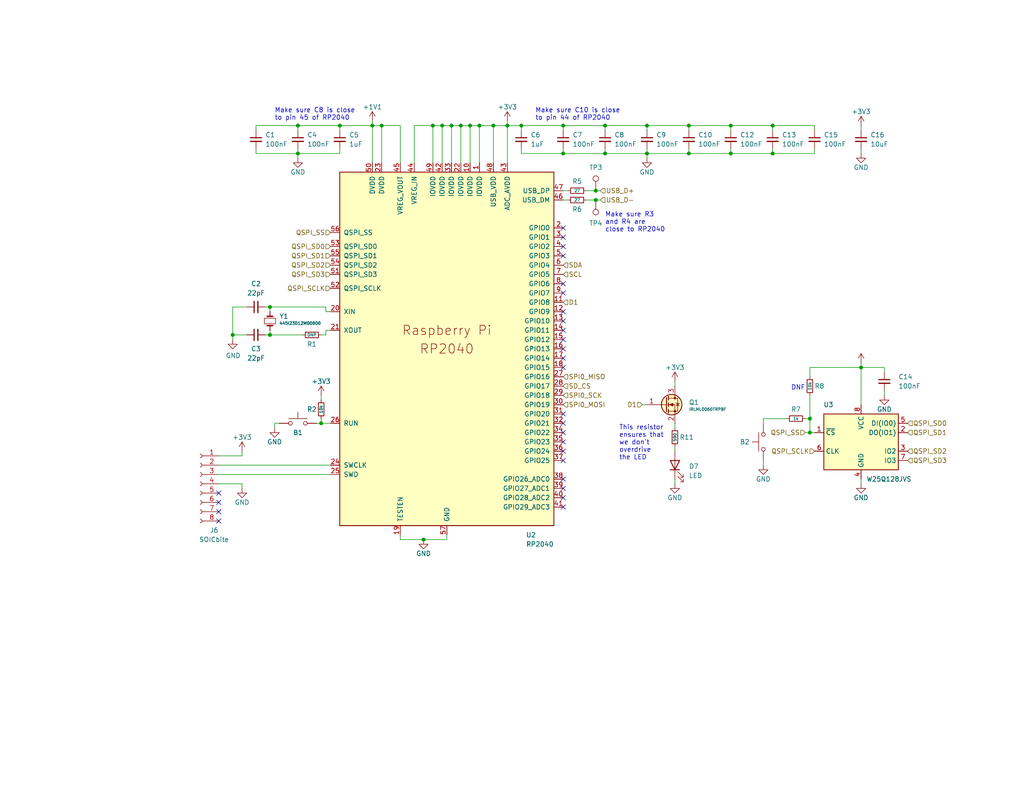
<source format=kicad_sch>
(kicad_sch (version 20230121) (generator eeschema)
  (paper "USLetter")
  (title_block (title "Terminator: Processor") (date "2023-07-28") (rev "T1000") (company "BPP"))
  (lib_symbols
    (symbol "Connector:Conn_01x08_Female" (pin_names (offset 1.016) hide)
      (property "Reference" "J" (at 0 10.16 0))
      (property "Value" "Conn_01x08_Female" (at 0 -12.7 0))
      (symbol "Conn_01x08_Female_1_1"
        (arc (start 0 -9.652) (mid -0.5058 -10.16) (end 0 -10.668) (stroke (width 0.1524)))
        (arc (start 0 -7.112) (mid -0.5058 -7.62) (end 0 -8.128) (stroke (width 0.1524)))
        (arc (start 0 -4.572) (mid -0.5058 -5.08) (end 0 -5.588) (stroke (width 0.1524)))
        (arc (start 0 -2.032) (mid -0.5058 -2.54) (end 0 -3.048) (stroke (width 0.1524)))
        (polyline (pts (xy -1.27 -10.16) (xy -0.508 -10.16)) (stroke (width 0.1524)))
        (polyline (pts (xy -1.27 -7.62) (xy -0.508 -7.62)) (stroke (width 0.1524)))
        (polyline (pts (xy -1.27 -5.08) (xy -0.508 -5.08)) (stroke (width 0.1524)))
        (polyline (pts (xy -1.27 -2.54) (xy -0.508 -2.54)) (stroke (width 0.1524)))
        (polyline (pts (xy -1.27 0) (xy -0.508 0)) (stroke (width 0.1524)))
        (polyline (pts (xy -1.27 2.54) (xy -0.508 2.54)) (stroke (width 0.1524)))
        (polyline (pts (xy -1.27 5.08) (xy -0.508 5.08)) (stroke (width 0.1524)))
        (polyline (pts (xy -1.27 7.62) (xy -0.508 7.62)) (stroke (width 0.1524)))
        (arc (start 0 0.508) (mid -0.5058 0) (end 0 -0.508) (stroke (width 0.1524)))
        (arc (start 0 3.048) (mid -0.5058 2.54) (end 0 2.032) (stroke (width 0.1524)))
        (arc (start 0 5.588) (mid -0.5058 5.08) (end 0 4.572) (stroke (width 0.1524)))
        (arc (start 0 8.128) (mid -0.5058 7.62) (end 0 7.112) (stroke (width 0.1524)))
        (pin passive line (at -5.08 7.62 0) (length 3.81) (name "Pin_1") (number "1"))
        (pin passive line (at -5.08 5.08 0) (length 3.81) (name "Pin_2") (number "2"))
        (pin passive line (at -5.08 2.54 0) (length 3.81) (name "Pin_3") (number "3"))
        (pin passive line (at -5.08 0 0) (length 3.81) (name "Pin_4") (number "4"))
        (pin passive line (at -5.08 -2.54 0) (length 3.81) (name "Pin_5") (number "5"))
        (pin passive line (at -5.08 -5.08 0) (length 3.81) (name "Pin_6") (number "6"))
        (pin passive line (at -5.08 -7.62 0) (length 3.81) (name "Pin_7") (number "7"))
        (pin passive line (at -5.08 -10.16 0) (length 3.81) (name "Pin_8") (number "8"))
      )
    )
    (symbol "Connector:TestPoint" (pin_numbers hide) (pin_names (offset 0.762) hide)
      (property "Reference" "TP" (at 0 6.858 0))
      (property "Value" "TestPoint" (at 0 5.08 0))
      (symbol "TestPoint_0_1"
        (circle (center 0 3.302) (radius 0.762))
      )
      (symbol "TestPoint_1_1"
        (pin passive line (at 0 0 90) (length 2.54) (name "1") (number "1"))
      )
    )
    (symbol "Device:C_Small" (pin_numbers hide) (pin_names (offset 0.254) hide)
      (property "Reference" "C" (at 0.254 1.778 0))
      (property "Value" "C_Small" (at 0.254 -2.032 0))
      (symbol "C_Small_0_1"
        (polyline (pts (xy -1.524 -0.508) (xy 1.524 -0.508)) (stroke (width 0.3302)))
        (polyline (pts (xy -1.524 0.508) (xy 1.524 0.508)) (stroke (width 0.3048)))
      )
      (symbol "C_Small_1_1"
        (pin passive line (at 0 2.54 270) (length 2.032) (name "~") (number "1"))
        (pin passive line (at 0 -2.54 90) (length 2.032) (name "~") (number "2"))
      )
    )
    (symbol "Device:Crystal_Small" (pin_numbers hide) (pin_names (offset 1.016) hide)
      (property "Reference" "Y" (at 0 2.54 0))
      (property "Value" "Crystal_Small" (at 0 -2.54 0))
      (symbol "Crystal_Small_0_1"
        (rectangle (start -0.762 -1.524) (end 0.762 1.524))
        (polyline (pts (xy -1.27 -0.762) (xy -1.27 0.762)) (stroke (width 0.381)))
        (polyline (pts (xy 1.27 -0.762) (xy 1.27 0.762)) (stroke (width 0.381)))
      )
      (symbol "Crystal_Small_1_1"
        (pin passive line (at -2.54 0 0) (length 1.27) (name "1") (number "1"))
        (pin passive line (at 2.54 0 180) (length 1.27) (name "2") (number "2"))
      )
    )
    (symbol "Device:LED" (pin_numbers hide) (pin_names (offset 1.016) hide)
      (property "Reference" "D" (at 0 2.54 0))
      (property "Value" "LED" (at 0 -2.54 0))
      (symbol "LED_0_1"
        (polyline (pts (xy -1.27 -1.27) (xy -1.27 1.27)) (stroke (width 0.254)))
        (polyline (pts (xy -1.27 0) (xy 1.27 0)))
        (polyline (pts (xy 1.27 -1.27) (xy 1.27 1.27) (xy -1.27 0) (xy 1.27 -1.27)) (stroke (width 0.254)))
        (polyline (pts (xy -3.048 -0.762) (xy -4.572 -2.286) (xy -3.81 -2.286) (xy -4.572 -2.286) (xy -4.572 -1.524)))
        (polyline (pts (xy -1.778 -0.762) (xy -3.302 -2.286) (xy -2.54 -2.286) (xy -3.302 -2.286) (xy -3.302 -1.524)))
      )
      (symbol "LED_1_1"
        (pin passive line (at -3.81 0 0) (length 2.54) (name "K") (number "1"))
        (pin passive line (at 3.81 0 180) (length 2.54) (name "A") (number "2"))
      )
    )
    (symbol "Device:Q_NMOS_GSD" (pin_names (offset 0) hide)
      (property "Reference" "Q?" (at 6.35 1.2701 0))
      (property "Value" "Q_NMOS_GSD" (at 6.35 -1.2699 0))
      (symbol "Q_NMOS_GSD_0_1"
        (polyline (pts (xy 0.254 0) (xy -2.54 0)))
        (polyline (pts (xy 0.254 1.905) (xy 0.254 -1.905)) (stroke (width 0.254)))
        (polyline (pts (xy 0.762 -1.27) (xy 0.762 -2.286)) (stroke (width 0.254)))
        (polyline (pts (xy 0.762 0.508) (xy 0.762 -0.508)) (stroke (width 0.254)))
        (polyline (pts (xy 0.762 2.286) (xy 0.762 1.27)) (stroke (width 0.254)))
        (polyline (pts (xy 2.54 2.54) (xy 2.54 1.778)))
        (polyline (pts (xy 2.54 -2.54) (xy 2.54 0) (xy 0.762 0)))
        (polyline (pts (xy 0.762 -1.778) (xy 3.302 -1.778) (xy 3.302 1.778) (xy 0.762 1.778)))
        (polyline (pts (xy 1.016 0) (xy 2.032 0.381) (xy 2.032 -0.381) (xy 1.016 0)) (fill (type outline)))
        (polyline (pts (xy 2.794 0.508) (xy 2.921 0.381) (xy 3.683 0.381) (xy 3.81 0.254)))
        (polyline (pts (xy 3.302 0.381) (xy 2.921 -0.254) (xy 3.683 -0.254) (xy 3.302 0.381)))
        (circle (center 1.651 0) (radius 2.794) (stroke (width 0.254)) (fill (type background)))
        (circle (center 2.54 -1.778) (radius 0.254) (fill (type outline)))
        (circle (center 2.54 1.778) (radius 0.254) (fill (type outline)))
      )
      (symbol "Q_NMOS_GSD_1_1"
        (pin input line (at -5.08 0 0) (length 2.54) (name "G") (number "1"))
        (pin passive line (at 2.54 -5.08 90) (length 2.54) (name "S") (number "2"))
        (pin passive line (at 2.54 5.08 270) (length 2.54) (name "D") (number "3"))
      )
    )
    (symbol "Device:R_Small" (pin_numbers hide) (pin_names (offset 0.254) hide)
      (property "Reference" "R" (at 0.762 0.508 0))
      (property "Value" "R_Small" (at 0.762 -1.016 0))
      (symbol "R_Small_0_1"
        (rectangle (start -0.762 1.778) (end 0.762 -1.778) (stroke (width 0.2032)))
      )
      (symbol "R_Small_1_1"
        (pin passive line (at 0 2.54 270) (length 0.762) (name "~") (number "1"))
        (pin passive line (at 0 -2.54 90) (length 0.762) (name "~") (number "2"))
      )
    )
    (symbol "MCU_RaspberryPi:RP2040" (pin_names (offset 1.016))
      (property "Reference" "U1" (at 21.59 -50.8 0))
      (property "Value" "RP2040" (at 21.59 -53.34 0))
      (symbol "RP2040_0_0"
        (text "Raspberry Pi" (at 0 5.08 0) (effects (font (size 2.54 2.54))))
        (text "RP2040" (at 0 0 0) (effects (font (size 2.54 2.54))))
      )
      (symbol "RP2040_0_1"
        (rectangle (start 29.21 48.26) (end -29.21 -48.26) (stroke (width 0.254)) (fill (type background)))
      )
      (symbol "RP2040_1_1"
        (pin power_in line (at 8.89 50.8 270) (length 2.54) (name "IOVDD") (number "1"))
        (pin power_in line (at 6.35 50.8 270) (length 2.54) (name "IOVDD") (number "10"))
        (pin bidirectional line (at 31.75 12.7 180) (length 2.54) (name "GPIO8") (number "11"))
        (pin bidirectional line (at 31.75 10.16 180) (length 2.54) (name "GPIO9") (number "12"))
        (pin bidirectional line (at 31.75 7.62 180) (length 2.54) (name "GPIO10") (number "13"))
        (pin bidirectional line (at 31.75 5.08 180) (length 2.54) (name "GPIO11") (number "14"))
        (pin bidirectional line (at 31.75 2.54 180) (length 2.54) (name "GPIO12") (number "15"))
        (pin bidirectional line (at 31.75 0 180) (length 2.54) (name "GPIO13") (number "16"))
        (pin bidirectional line (at 31.75 -2.54 180) (length 2.54) (name "GPIO14") (number "17"))
        (pin bidirectional line (at 31.75 -5.08 180) (length 2.54) (name "GPIO15") (number "18"))
        (pin passive line (at -12.7 -50.8 90) (length 2.54) (name "TESTEN") (number "19"))
        (pin bidirectional line (at 31.75 33.02 180) (length 2.54) (name "GPIO0") (number "2"))
        (pin input line (at -31.75 10.16 0) (length 2.54) (name "XIN") (number "20"))
        (pin passive line (at -31.75 5.08 0) (length 2.54) (name "XOUT") (number "21"))
        (pin power_in line (at 3.81 50.8 270) (length 2.54) (name "IOVDD") (number "22"))
        (pin power_in line (at -17.78 50.8 270) (length 2.54) (name "DVDD") (number "23"))
        (pin output line (at -31.75 -31.75 0) (length 2.54) (name "SWCLK") (number "24"))
        (pin bidirectional line (at -31.75 -34.29 0) (length 2.54) (name "SWD") (number "25"))
        (pin input line (at -31.75 -20.32 0) (length 2.54) (name "RUN") (number "26"))
        (pin bidirectional line (at 31.75 -7.62 180) (length 2.54) (name "GPIO16") (number "27"))
        (pin bidirectional line (at 31.75 -10.16 180) (length 2.54) (name "GPIO17") (number "28"))
        (pin bidirectional line (at 31.75 -12.7 180) (length 2.54) (name "GPIO18") (number "29"))
        (pin bidirectional line (at 31.75 30.48 180) (length 2.54) (name "GPIO1") (number "3"))
        (pin bidirectional line (at 31.75 -15.24 180) (length 2.54) (name "GPIO19") (number "30"))
        (pin bidirectional line (at 31.75 -17.78 180) (length 2.54) (name "GPIO20") (number "31"))
        (pin bidirectional line (at 31.75 -20.32 180) (length 2.54) (name "GPIO21") (number "32"))
        (pin power_in line (at 1.27 50.8 270) (length 2.54) (name "IOVDD") (number "33"))
        (pin bidirectional line (at 31.75 -22.86 180) (length 2.54) (name "GPIO22") (number "34"))
        (pin bidirectional line (at 31.75 -25.4 180) (length 2.54) (name "GPIO23") (number "35"))
        (pin bidirectional line (at 31.75 -27.94 180) (length 2.54) (name "GPIO24") (number "36"))
        (pin bidirectional line (at 31.75 -30.48 180) (length 2.54) (name "GPIO25") (number "37"))
        (pin bidirectional line (at 31.75 -35.56 180) (length 2.54) (name "GPIO26_ADC0") (number "38"))
        (pin bidirectional line (at 31.75 -38.1 180) (length 2.54) (name "GPIO27_ADC1") (number "39"))
        (pin bidirectional line (at 31.75 27.94 180) (length 2.54) (name "GPIO2") (number "4"))
        (pin bidirectional line (at 31.75 -40.64 180) (length 2.54) (name "GPIO28_ADC2") (number "40"))
        (pin bidirectional line (at 31.75 -43.18 180) (length 2.54) (name "GPIO29_ADC3") (number "41"))
        (pin power_in line (at -1.27 50.8 270) (length 2.54) (name "IOVDD") (number "42"))
        (pin power_in line (at 16.51 50.8 270) (length 2.54) (name "ADC_AVDD") (number "43"))
        (pin power_in line (at -8.89 50.8 270) (length 2.54) (name "VREG_IN") (number "44"))
        (pin power_out line (at -12.7 50.8 270) (length 2.54) (name "VREG_VOUT") (number "45"))
        (pin bidirectional line (at 31.75 40.64 180) (length 2.54) (name "USB_DM") (number "46"))
        (pin bidirectional line (at 31.75 43.18 180) (length 2.54) (name "USB_DP") (number "47"))
        (pin power_in line (at 12.7 50.8 270) (length 2.54) (name "USB_VDD") (number "48"))
        (pin power_in line (at -3.81 50.8 270) (length 2.54) (name "IOVDD") (number "49"))
        (pin bidirectional line (at 31.75 25.4 180) (length 2.54) (name "GPIO3") (number "5"))
        (pin power_in line (at -20.32 50.8 270) (length 2.54) (name "DVDD") (number "50"))
        (pin bidirectional line (at -31.75 20.32 0) (length 2.54) (name "QSPI_SD3") (number "51"))
        (pin output line (at -31.75 16.51 0) (length 2.54) (name "QSPI_SCLK") (number "52"))
        (pin bidirectional line (at -31.75 27.94 0) (length 2.54) (name "QSPI_SD0") (number "53"))
        (pin bidirectional line (at -31.75 22.86 0) (length 2.54) (name "QSPI_SD2") (number "54"))
        (pin bidirectional line (at -31.75 25.4 0) (length 2.54) (name "QSPI_SD1") (number "55"))
        (pin bidirectional line (at -31.75 31.75 0) (length 2.54) (name "QSPI_SS") (number "56"))
        (pin passive line (at 0 -50.8 90) (length 2.54) (name "GND") (number "57"))
        (pin bidirectional line (at 31.75 22.86 180) (length 2.54) (name "GPIO4") (number "6"))
        (pin bidirectional line (at 31.75 20.32 180) (length 2.54) (name "GPIO5") (number "7"))
        (pin bidirectional line (at 31.75 17.78 180) (length 2.54) (name "GPIO6") (number "8"))
        (pin bidirectional line (at 31.75 15.24 180) (length 2.54) (name "GPIO7") (number "9"))
      )
    )
    (symbol "Memory_Flash:W25Q128JVS"
      (property "Reference" "U2" (at -8.89 10.16 0))
      (property "Value" "W25Q128JVS" (at 7.62 -10.16 0))
      (symbol "W25Q128JVS_0_1"
        (rectangle (start -10.16 7.62) (end 10.16 -7.62) (stroke (width 0.254)) (fill (type background)))
      )
      (symbol "W25Q128JVS_1_1"
        (pin input line (at -12.7 2.54 0) (length 2.54) (name "~{CS}") (number "1"))
        (pin bidirectional line (at 12.7 2.54 180) (length 2.54) (name "DO(IO1)") (number "2"))
        (pin bidirectional line (at 12.7 -2.54 180) (length 2.54) (name "IO2") (number "3"))
        (pin unspecified line (at 0 -10.16 90) (length 2.54) (name "GND") (number "4"))
        (pin bidirectional line (at 12.7 5.08 180) (length 2.54) (name "DI(IO0)") (number "5"))
        (pin input line (at -12.7 -2.54 0) (length 2.54) (name "CLK") (number "6"))
        (pin bidirectional line (at 12.7 -5.08 180) (length 2.54) (name "IO3") (number "7"))
        (pin power_in line (at 0 10.16 270) (length 2.54) (name "VCC") (number "8"))
      )
    )
    (symbol "Switch:SW_Push" (pin_numbers hide) (pin_names (offset 1.016) hide)
      (property "Reference" "SW" (at 1.27 2.54 0))
      (property "Value" "SW_Push" (at 0 -1.524 0))
      (symbol "SW_Push_0_1"
        (circle (center -2.032 0) (radius 0.508))
        (polyline (pts (xy 0 1.27) (xy 0 3.048)))
        (polyline (pts (xy 2.54 1.27) (xy -2.54 1.27)))
        (circle (center 2.032 0) (radius 0.508))
        (pin passive line (at -5.08 0 0) (length 2.54) (name "1") (number "1"))
        (pin passive line (at 5.08 0 180) (length 2.54) (name "2") (number "2"))
      )
    )
    (symbol "power:+1V1" (power) (pin_names (offset 0))
      (property "Value" "+1V1" (at 0 3.556 0))
      (symbol "+1V1_0_1"
        (polyline (pts (xy -0.762 1.27) (xy 0 2.54)))
        (polyline (pts (xy 0 0) (xy 0 2.54)))
        (polyline (pts (xy 0 2.54) (xy 0.762 1.27)))
      )
      (symbol "+1V1_1_1"
        (pin power_in line (at 0 0 90) (length 0) hide (name "+1V1") (number "1"))
      )
    )
    (symbol "power:+3V3" (power) (pin_names (offset 0))
      (property "Value" "+3V3" (at 0 3.556 0))
      (symbol "+3V3_0_1"
        (polyline (pts (xy -0.762 1.27) (xy 0 2.54)))
        (polyline (pts (xy 0 0) (xy 0 2.54)))
        (polyline (pts (xy 0 2.54) (xy 0.762 1.27)))
      )
      (symbol "+3V3_1_1"
        (pin power_in line (at 0 0 90) (length 0) hide (name "+3V3") (number "1"))
      )
    )
    (symbol "power:GND" (power) (pin_names (offset 0))
      (property "Value" "GND" (at 0 -3.81 0))
      (symbol "GND_0_1"
        (polyline (pts (xy 0 0) (xy 0 -1.27) (xy 1.27 -1.27) (xy 0 -2.54) (xy -1.27 -1.27) (xy 0 -1.27)))
      )
      (symbol "GND_1_1"
        (pin power_in line (at 0 0 270) (length 0) hide (name "GND") (number "1"))
      )
    )
  )
  (junction (at 128.27 34.29))
  (junction (at 176.53 41.91))
  (junction (at 73.66 91.44))
  (junction (at 134.62 34.29))
  (junction (at 210.82 34.29))
  (junction (at 104.14 34.29))
  (junction (at 125.73 34.29))
  (junction (at 165.1 34.29))
  (junction (at 87.63 115.57))
  (junction (at 81.28 34.29))
  (junction (at 165.1 41.91))
  (junction (at 199.39 34.29))
  (junction (at 92.71 34.29))
  (junction (at 210.82 41.91))
  (junction (at 162.56 54.61))
  (junction (at 142.24 34.29))
  (junction (at 176.53 34.29))
  (junction (at 130.81 34.29))
  (junction (at 101.6 34.29))
  (junction (at 234.95 100.33))
  (junction (at 63.5 91.44))
  (junction (at 187.96 41.91))
  (junction (at 120.65 34.29))
  (junction (at 162.56 52.07))
  (junction (at 138.43 34.29))
  (junction (at 81.28 41.91))
  (junction (at 73.66 83.82))
  (junction (at 187.96 34.29))
  (junction (at 153.67 34.29))
  (junction (at 220.98 118.11))
  (junction (at 123.19 34.29))
  (junction (at 118.11 34.29))
  (junction (at 199.39 41.91))
  (junction (at 153.67 41.91))
  (junction (at 115.57 147.32))
  (junction (at 220.98 114.3))
  (no_connect (at 153.67 92.71))
  (no_connect (at 153.67 118.11))
  (no_connect (at 153.67 62.23))
  (no_connect (at 153.67 130.81))
  (no_connect (at 153.67 67.31))
  (no_connect (at 153.67 97.79))
  (no_connect (at 59.69 142.24))
  (no_connect (at 59.69 139.7))
  (no_connect (at 153.67 100.33))
  (no_connect (at 59.69 137.16))
  (no_connect (at 153.67 125.73))
  (no_connect (at 153.67 80.01))
  (no_connect (at 153.67 123.19))
  (no_connect (at 153.67 90.17))
  (no_connect (at 153.67 85.09))
  (no_connect (at 153.67 69.85))
  (no_connect (at 153.67 87.63))
  (no_connect (at 153.67 77.47))
  (no_connect (at 59.69 134.62))
  (no_connect (at 153.67 135.89))
  (no_connect (at 153.67 95.25))
  (no_connect (at 153.67 113.03))
  (no_connect (at 153.67 120.65))
  (no_connect (at 153.67 133.35))
  (no_connect (at 153.67 64.77))
  (no_connect (at 153.67 138.43))
  (no_connect (at 153.67 115.57))
  (wire (pts (xy 153.67 52.07) (xy 154.94 52.07)))
  (wire (pts (xy 176.53 41.91) (xy 187.96 41.91)))
  (wire (pts (xy 69.85 41.91) (xy 81.28 41.91)))
  (wire (pts (xy 115.57 147.32) (xy 109.22 147.32)))
  (wire (pts (xy 72.39 91.44) (xy 73.66 91.44)))
  (wire (pts (xy 59.69 127) (xy 90.17 127)))
  (wire (pts (xy 184.15 130.81) (xy 184.15 132.08)))
  (wire (pts (xy 130.81 34.29) (xy 130.81 44.45)))
  (wire (pts (xy 165.1 40.64) (xy 165.1 41.91)))
  (wire (pts (xy 219.71 114.3) (xy 220.98 114.3)))
  (wire (pts (xy 160.02 54.61) (xy 162.56 54.61)))
  (wire (pts (xy 138.43 33.02) (xy 138.43 34.29)))
  (wire (pts (xy 142.24 34.29) (xy 153.67 34.29)))
  (wire (pts (xy 123.19 44.45) (xy 123.19 34.29)))
  (wire (pts (xy 210.82 41.91) (xy 222.25 41.91)))
  (wire (pts (xy 118.11 44.45) (xy 118.11 34.29)))
  (wire (pts (xy 241.3 100.33) (xy 234.95 100.33)))
  (wire (pts (xy 208.28 114.3) (xy 208.28 115.57)))
  (wire (pts (xy 187.96 41.91) (xy 199.39 41.91)))
  (wire (pts (xy 234.95 99.06) (xy 234.95 100.33)))
  (wire (pts (xy 69.85 34.29) (xy 81.28 34.29)))
  (wire (pts (xy 153.67 41.91) (xy 153.67 40.64)))
  (wire (pts (xy 220.98 114.3) (xy 220.98 118.11)))
  (wire (pts (xy 101.6 33.02) (xy 101.6 34.29)))
  (wire (pts (xy 87.63 115.57) (xy 87.63 114.3)))
  (wire (pts (xy 73.66 91.44) (xy 82.55 91.44)))
  (wire (pts (xy 113.03 44.45) (xy 113.03 34.29)))
  (wire (pts (xy 210.82 34.29) (xy 199.39 34.29)))
  (wire (pts (xy 130.81 34.29) (xy 134.62 34.29)))
  (wire (pts (xy 142.24 41.91) (xy 153.67 41.91)))
  (wire (pts (xy 241.3 101.6) (xy 241.3 100.33)))
  (wire (pts (xy 165.1 41.91) (xy 176.53 41.91)))
  (wire (pts (xy 88.9 85.09) (xy 88.9 83.82)))
  (wire (pts (xy 109.22 147.32) (xy 109.22 146.05)))
  (wire (pts (xy 87.63 115.57) (xy 90.17 115.57)))
  (wire (pts (xy 187.96 40.64) (xy 187.96 41.91)))
  (wire (pts (xy 153.67 35.56) (xy 153.67 34.29)))
  (wire (pts (xy 74.93 115.57) (xy 76.2 115.57)))
  (wire (pts (xy 187.96 34.29) (xy 187.96 35.56)))
  (wire (pts (xy 90.17 90.17) (xy 88.9 90.17)))
  (wire (pts (xy 125.73 44.45) (xy 125.73 34.29)))
  (wire (pts (xy 120.65 34.29) (xy 123.19 34.29)))
  (wire (pts (xy 165.1 34.29) (xy 176.53 34.29)))
  (wire (pts (xy 73.66 85.09) (xy 73.66 83.82)))
  (wire (pts (xy 109.22 44.45) (xy 109.22 34.29)))
  (wire (pts (xy 87.63 107.95) (xy 87.63 109.22)))
  (wire (pts (xy 210.82 40.64) (xy 210.82 41.91)))
  (wire (pts (xy 199.39 34.29) (xy 199.39 35.56)))
  (wire (pts (xy 220.98 100.33) (xy 234.95 100.33)))
  (wire (pts (xy 104.14 44.45) (xy 104.14 34.29)))
  (wire (pts (xy 73.66 83.82) (xy 88.9 83.82)))
  (wire (pts (xy 66.04 132.08) (xy 66.04 133.35)))
  (wire (pts (xy 219.71 118.11) (xy 220.98 118.11)))
  (wire (pts (xy 162.56 52.07) (xy 163.83 52.07)))
  (wire (pts (xy 113.03 34.29) (xy 118.11 34.29)))
  (wire (pts (xy 184.15 121.92) (xy 184.15 123.19)))
  (wire (pts (xy 81.28 41.91) (xy 81.28 40.64)))
  (wire (pts (xy 160.02 52.07) (xy 162.56 52.07)))
  (wire (pts (xy 153.67 54.61) (xy 154.94 54.61)))
  (wire (pts (xy 241.3 106.68) (xy 241.3 107.95)))
  (wire (pts (xy 184.15 104.14) (xy 184.15 105.41)))
  (wire (pts (xy 222.25 34.29) (xy 210.82 34.29)))
  (wire (pts (xy 208.28 125.73) (xy 208.28 127)))
  (wire (pts (xy 66.04 132.08) (xy 59.69 132.08)))
  (wire (pts (xy 63.5 83.82) (xy 63.5 91.44)))
  (wire (pts (xy 234.95 100.33) (xy 234.95 110.49)))
  (wire (pts (xy 118.11 34.29) (xy 120.65 34.29)))
  (wire (pts (xy 199.39 40.64) (xy 199.39 41.91)))
  (wire (pts (xy 234.95 40.64) (xy 234.95 41.91)))
  (wire (pts (xy 125.73 34.29) (xy 128.27 34.29)))
  (wire (pts (xy 92.71 40.64) (xy 92.71 41.91)))
  (wire (pts (xy 87.63 91.44) (xy 88.9 91.44)))
  (wire (pts (xy 92.71 34.29) (xy 101.6 34.29)))
  (wire (pts (xy 220.98 100.33) (xy 220.98 102.87)))
  (wire (pts (xy 63.5 83.82) (xy 67.31 83.82)))
  (wire (pts (xy 138.43 34.29) (xy 138.43 44.45)))
  (wire (pts (xy 142.24 40.64) (xy 142.24 41.91)))
  (wire (pts (xy 66.04 124.46) (xy 59.69 124.46)))
  (wire (pts (xy 88.9 90.17) (xy 88.9 91.44)))
  (wire (pts (xy 184.15 115.57) (xy 184.15 116.84)))
  (wire (pts (xy 92.71 35.56) (xy 92.71 34.29)))
  (wire (pts (xy 199.39 34.29) (xy 187.96 34.29)))
  (wire (pts (xy 59.69 129.54) (xy 90.17 129.54)))
  (wire (pts (xy 234.95 34.29) (xy 234.95 35.56)))
  (wire (pts (xy 63.5 91.44) (xy 63.5 92.71)))
  (wire (pts (xy 109.22 34.29) (xy 104.14 34.29)))
  (wire (pts (xy 128.27 34.29) (xy 130.81 34.29)))
  (wire (pts (xy 73.66 83.82) (xy 72.39 83.82)))
  (wire (pts (xy 69.85 35.56) (xy 69.85 34.29)))
  (wire (pts (xy 134.62 44.45) (xy 134.62 34.29)))
  (wire (pts (xy 66.04 124.46) (xy 66.04 123.19)))
  (wire (pts (xy 176.53 40.64) (xy 176.53 41.91)))
  (wire (pts (xy 220.98 118.11) (xy 222.25 118.11)))
  (wire (pts (xy 234.95 130.81) (xy 234.95 132.08)))
  (wire (pts (xy 165.1 35.56) (xy 165.1 34.29)))
  (wire (pts (xy 176.53 34.29) (xy 176.53 35.56)))
  (wire (pts (xy 187.96 34.29) (xy 176.53 34.29)))
  (wire (pts (xy 69.85 40.64) (xy 69.85 41.91)))
  (wire (pts (xy 176.53 41.91) (xy 176.53 43.18)))
  (wire (pts (xy 81.28 35.56) (xy 81.28 34.29)))
  (wire (pts (xy 210.82 34.29) (xy 210.82 35.56)))
  (wire (pts (xy 73.66 90.17) (xy 73.66 91.44)))
  (wire (pts (xy 121.92 146.05) (xy 121.92 147.32)))
  (wire (pts (xy 81.28 41.91) (xy 92.71 41.91)))
  (wire (pts (xy 162.56 54.61) (xy 163.83 54.61)))
  (wire (pts (xy 86.36 115.57) (xy 87.63 115.57)))
  (wire (pts (xy 208.28 114.3) (xy 214.63 114.3)))
  (wire (pts (xy 63.5 91.44) (xy 67.31 91.44)))
  (wire (pts (xy 120.65 44.45) (xy 120.65 34.29)))
  (wire (pts (xy 101.6 34.29) (xy 101.6 44.45)))
  (wire (pts (xy 104.14 34.29) (xy 101.6 34.29)))
  (wire (pts (xy 153.67 41.91) (xy 165.1 41.91)))
  (wire (pts (xy 175.26 110.49) (xy 176.53 110.49)))
  (wire (pts (xy 153.67 34.29) (xy 165.1 34.29)))
  (wire (pts (xy 115.57 147.32) (xy 121.92 147.32)))
  (wire (pts (xy 128.27 44.45) (xy 128.27 34.29)))
  (wire (pts (xy 222.25 35.56) (xy 222.25 34.29)))
  (wire (pts (xy 81.28 34.29) (xy 92.71 34.29)))
  (wire (pts (xy 199.39 41.91) (xy 210.82 41.91)))
  (wire (pts (xy 220.98 107.95) (xy 220.98 114.3)))
  (wire (pts (xy 142.24 34.29) (xy 142.24 35.56)))
  (wire (pts (xy 222.25 40.64) (xy 222.25 41.91)))
  (wire (pts (xy 134.62 34.29) (xy 138.43 34.29)))
  (wire (pts (xy 123.19 34.29) (xy 125.73 34.29)))
  (wire (pts (xy 81.28 41.91) (xy 81.28 43.18)))
  (wire (pts (xy 90.17 85.09) (xy 88.9 85.09)))
  (wire (pts (xy 74.93 116.84) (xy 74.93 115.57)))
  (wire (pts (xy 138.43 34.29) (xy 142.24 34.29)))
  (text "DNF" (at 219.71 106.68 0) (effects (font (size 1.27 1.27)) (justify right bottom)))
  (text "Make sure C8 is close \nto pin 45 of RP2040" (at 74.93 33.02 0) (effects (font (size 1.27 1.27)) (justify left bottom)))
  (text "Make sure C10 is close \nto pin 44 of RP2040" (at 146.05 33.02 0) (effects (font (size 1.27 1.27)) (justify left bottom)))
  (text "Make sure R3 \nand R4 are \nclose to RP2040" (at 165.1 63.5 0) (effects (font (size 1.27 1.27)) (justify left bottom)))
  (text "This resistor \nensures that \nwe don't \noverdrive \nthe LED" (at 168.91 125.73 0) (effects (font (size 1.27 1.27)) (justify left bottom)))
  (hierarchical_label "USB_D-" (shape input) (at 163.83 54.61 0))
  (hierarchical_label "QSPI_SS" (shape input) (at 219.71 118.11 180))
  (hierarchical_label "QSPI_SD0" (shape input) (at 90.17 67.31 180))
  (hierarchical_label "QSPI_SCLK" (shape input) (at 90.17 78.74 180))
  (hierarchical_label "QSPI_SCLK" (shape input) (at 222.25 123.19 180))
  (hierarchical_label "QSPI_SD2" (shape input) (at 90.17 72.39 180))
  (hierarchical_label "QSPI_SD1" (shape input) (at 247.65 118.11 0))
  (hierarchical_label "QSPI_SS" (shape input) (at 90.17 63.5 180))
  (hierarchical_label "SPI0_MISO" (shape input) (at 153.67 102.87 0))
  (hierarchical_label "D1" (shape input) (at 175.26 110.49 180))
  (hierarchical_label "QSPI_SD2" (shape input) (at 247.65 123.19 0))
  (hierarchical_label "SDA" (shape input) (at 153.67 72.39 0))
  (hierarchical_label "QSPI_SD3" (shape input) (at 90.17 74.93 180))
  (hierarchical_label "D1" (shape input) (at 153.67 82.55 0))
  (hierarchical_label "SCL" (shape input) (at 153.67 74.93 0))
  (hierarchical_label "QSPI_SD3" (shape input) (at 247.65 125.73 0))
  (hierarchical_label "SD_CS" (shape input) (at 153.67 105.41 0))
  (hierarchical_label "QSPI_SD0" (shape input) (at 247.65 115.57 0))
  (hierarchical_label "SPI0_SCK" (shape input) (at 153.67 107.95 0))
  (hierarchical_label "SPI0_MOSI" (shape input) (at 153.67 110.49 0))
  (hierarchical_label "QSPI_SD1" (shape input) (at 90.17 69.85 180))
  (hierarchical_label "USB_D+" (shape input) (at 163.83 52.07 0))
  (symbol (lib_id "Device:C_Small") (at 153.67 38.1 0) (unit 1)
    (property "Reference" "C7" (at 156.21 36.83 0) (effects (justify left)))
    (property "Value" "100nF" (at 156.21 39.37 0) (effects (justify left)))
    (property "Footprint" "Capacitor_SMD:C_0402_1005Metric_Pad0.74x0.62mm_HandSolder" (effects hide))
    (instances (project "T1000" (path "" (reference "C7") (unit 1)) (path "" (reference "C7") (unit 1))) (project "SLAPS_Solar_Harvester" (path "" (reference "C5") (unit 1))) (project "BPP_Logger" (path "" (reference "C8") (unit 1))))
  )
  (symbol (lib_id "Device:R_Small") (at 157.48 52.07 90) (unit 1)
    (property "Reference" "R5" (at 157.48 49.53 90))
    (property "Value" "27" (at 157.48 52.07 90) (effects (font (size 0.8 0.8))))
    (property "Footprint" "Resistor_SMD:R_0603_1608Metric_Pad0.98x0.95mm_HandSolder" (effects hide))
    (instances (project "T1000" (path "" (reference "R5") (unit 1)) (path "" (reference "R8") (unit 1))) (project "SLAPS_Solar_Harvester" (path "" (reference "R3") (unit 1))) (project "BPP_Logger" (path "" (reference "R5") (unit 1))))
  )
  (symbol (lib_id "power:GND") (at 115.57 147.32 0) (unit 1)
    (property "Reference" "#PWR08" (effects hide))
    (property "Value" "GND" (at 115.57 151.13 0))
    (instances (project "T1000" (path "" (reference "#PWR08") (unit 1)) (path "" (reference "#PWR016") (unit 1))) (project "SLAPS_Solar_Harvester" (path "" (reference "#PWR0101") (unit 1))) (project "BPP_Logger" (path "" (reference "#PWR08") (unit 1))))
  )
  (symbol (lib_id "power:+3V3") (at 66.04 123.19 0) (mirror y) (unit 1)
    (property "Reference" "#PWR016" (effects hide))
    (property "Value" "+3V3" (at 66.04 119.38 0))
    (instances (project "T1000" (path "" (reference "#PWR016") (unit 1)) (path "" (reference "#PWR02") (unit 1))) (project "SLAPS_Solar_Harvester" (path "" (reference "#PWR0143") (unit 1))) (project "BPP_Logger" (path "" (reference "#PWR018") (unit 1))))
  )
  (symbol (lib_id "power:+3V3") (at 87.63 107.95 0) (unit 1)
    (property "Reference" "#PWR05" (effects hide))
    (property "Value" "+3V3" (at 87.63 104.14 0))
    (instances (project "T1000" (path "" (reference "#PWR05") (unit 1)) (path "" (reference "#PWR08") (unit 1))) (project "SLAPS_Solar_Harvester" (path "" (reference "#PWR0102") (unit 1))) (project "BPP_Logger" (path "" (reference "#PWR05") (unit 1))))
  )
  (symbol (lib_id "Device:Q_NMOS_GSD") (at 181.61 110.49 0) (unit 1)
    (property "Reference" "Q1" (at 187.96 109.855 0) (effects (justify left)))
    (property "Value" "IRLML0060TRPBF" (at 187.96 111.76 0) (effects (font (size 0.8 0.8)) (justify left)))
    (property "Footprint" "Package_TO_SOT_SMD:SOT-23-3" (effects hide))
  )
  (symbol (lib_id "Device:R_Small") (at 184.15 119.38 0) (unit 1)
    (property "Reference" "R11" (at 185.42 119.38 0) (effects (justify left)))
    (property "Value" "590" (at 184.15 119.38 90) (effects (font (size 0.8 0.8))))
    (property "Footprint" "Resistor_SMD:R_0603_1608Metric_Pad0.98x0.95mm_HandSolder" (effects hide))
    (instances (project "T1000" (path "" (reference "R11") (unit 1)) (path "" (reference "R5") (unit 1))) (project "SLAPS_Solar_Harvester" (path "" (reference "R11") (unit 1))) (project "BPP_Logger" (path "" (reference "R11") (unit 1))))
  )
  (symbol (lib_id "Connector:Conn_01x08_Female") (at 54.61 132.08 0) (mirror y) (unit 1)
    (property "Reference" "J6" (at 58.42 144.78 0))
    (property "Value" "SOICbite" (at 58.42 147.32 0))
    (property "Footprint" "Connector:SOIC_clipProgSmall" (effects hide))
  )
  (symbol (lib_id "power:GND") (at 208.28 127 0) (unit 1)
    (property "Reference" "#PWR014" (effects hide))
    (property "Value" "GND" (at 208.28 130.81 0))
    (instances (project "T1000" (path "" (reference "#PWR014") (unit 1)) (path "" (reference "#PWR017") (unit 1))) (project "SLAPS_Solar_Harvester" (path "" (reference "#PWR0140") (unit 1))) (project "BPP_Logger" (path "" (reference "#PWR016") (unit 1))))
  )
  (symbol (lib_id "Device:C_Small") (at 210.82 38.1 0) (unit 1)
    (property "Reference" "C13" (at 213.36 36.83 0) (effects (justify left)))
    (property "Value" "100nF" (at 213.36 39.37 0) (effects (justify left)))
    (property "Footprint" "Capacitor_SMD:C_0402_1005Metric_Pad0.74x0.62mm_HandSolder" (effects hide))
    (instances (project "T1000" (path "" (reference "C13") (unit 1)) (path "" (reference "C14") (unit 1))) (project "SLAPS_Solar_Harvester" (path "" (reference "C12") (unit 1))) (project "BPP_Logger" (path "" (reference "C15") (unit 1))))
  )
  (symbol (lib_id "power:GND") (at 81.28 43.18 0) (unit 1)
    (property "Reference" "#PWR04" (effects hide))
    (property "Value" "GND" (at 81.28 46.99 0))
    (instances (project "T1000" (path "" (reference "#PWR04") (unit 1)) (path "" (reference "#PWR06") (unit 1))) (project "SLAPS_Solar_Harvester" (path "" (reference "#PWR0105") (unit 1))) (project "BPP_Logger" (path "" (reference "#PWR04") (unit 1))))
  )
  (symbol (lib_id "Switch:SW_Push") (at 81.28 115.57 0) (unit 1)
    (property "Reference" "B1" (at 81.28 118.11 0))
    (property "Value" "KMR2" (effects hide))
    (property "Footprint" "Button_Switch_SMD:SW_Push_1P1T_NO_CK_KMR2" (effects hide))
  )
  (symbol (lib_id "Device:C_Small") (at 69.85 38.1 0) (unit 1)
    (property "Reference" "C1" (at 72.39 36.83 0) (effects (justify left)))
    (property "Value" "100nF" (at 72.39 39.37 0) (effects (justify left)))
    (property "Footprint" "Capacitor_SMD:C_0402_1005Metric_Pad0.74x0.62mm_HandSolder" (effects hide))
    (instances (project "T1000" (path "" (reference "C1") (unit 1)) (path "" (reference "C1") (unit 1))) (project "SLAPS_Solar_Harvester" (path "" (reference "C3") (unit 1))) (project "BPP_Logger" (path "" (reference "C1") (unit 1))))
  )
  (symbol (lib_id "Device:LED") (at 184.15 127 90) (unit 1)
    (property "Reference" "D7" (at 187.96 127.3174 90) (effects (justify right)))
    (property "Value" "LED" (at 187.96 129.8574 90) (effects (justify right)))
    (property "Footprint" "Diode_SMD:D_0603_1608Metric_Pad1.05x0.95mm_HandSolder" (effects hide))
    (instances (project "T1000" (path "" (reference "D7") (unit 1)) (path "" (reference "D7") (unit 1))) (project "SLAPS_Solar_Harvester" (path "" (reference "D2") (unit 1))) (project "BPP_Logger" (path "" (reference "D7") (unit 1))))
  )
  (symbol (lib_id "power:GND") (at 184.15 132.08 0) (unit 1)
    (property "Reference" "#PWR024" (effects hide))
    (property "Value" "GND" (at 184.15 135.89 0))
    (instances (project "T1000" (path "" (reference "#PWR024") (unit 1)) (path "" (reference "#PWR014") (unit 1))) (project "SLAPS_Solar_Harvester" (path "" (reference "#PWR0124") (unit 1))) (project "BPP_Logger" (path "" (reference "#PWR026") (unit 1))))
  )
  (symbol (lib_id "power:GND") (at 234.95 41.91 0) (unit 1)
    (property "Reference" "#PWR026" (effects hide))
    (property "Value" "GND" (at 234.95 45.72 0))
    (instances (project "T1000" (path "" (reference "#PWR026") (unit 1)) (path "" (reference "#PWR026") (unit 1))) (project "SLAPS_Solar_Harvester" (path "" (reference "#PWR0110") (unit 1))) (project "BPP_Logger" (path "" (reference "#PWR028") (unit 1))))
  )
  (symbol (lib_id "Switch:SW_Push") (at 208.28 120.65 90) (unit 1)
    (property "Reference" "B2" (at 203.2 120.65 90))
    (property "Value" "KMR2" (effects hide))
    (property "Footprint" "Button_Switch_SMD:SW_Push_1P1T_NO_CK_KMR2" (effects hide))
  )
  (symbol (lib_id "Device:R_Small") (at 217.17 114.3 90) (unit 1)
    (property "Reference" "R7" (at 217.17 111.76 90))
    (property "Value" "1k" (at 217.17 114.3 90) (effects (font (size 0.8 0.8))))
    (property "Footprint" "Resistor_SMD:R_0603_1608Metric_Pad0.98x0.95mm_HandSolder" (effects hide))
    (instances (project "T1000" (path "" (reference "R7") (unit 1)) (path "" (reference "R6") (unit 1))) (project "SLAPS_Solar_Harvester" (path "" (reference "R5") (unit 1))) (project "BPP_Logger" (path "" (reference "R7") (unit 1))))
  )
  (symbol (lib_id "Device:C_Small") (at 142.24 38.1 0) (unit 1)
    (property "Reference" "C6" (at 144.78 36.83 0) (effects (justify left)))
    (property "Value" "1uF" (at 144.78 39.37 0) (effects (justify left)))
    (property "Footprint" "Capacitor_SMD:C_0402_1005Metric_Pad0.74x0.62mm_HandSolder" (effects hide))
    (instances (project "T1000" (path "" (reference "C6") (unit 1)) (path "" (reference "C6") (unit 1))) (project "SLAPS_Solar_Harvester" (path "" (reference "C10") (unit 1))) (project "BPP_Logger" (path "" (reference "C6") (unit 1))))
  )
  (symbol (lib_id "MCU_RaspberryPi:RP2040") (at 121.92 95.25 0) (unit 1)
    (property "Reference" "U2" (at 143.51 146.05 0) (effects (justify left)))
    (property "Value" "RP2040" (at 143.51 148.59 0) (effects (justify left)))
    (property "Footprint" "RP2040_minimal:RP2040-QFN-56" (effects hide))
    (instances (project "T1000" (path "" (reference "U2") (unit 1)) (path "" (reference "U2") (unit 1))) (project "SLAPS_Solar_Harvester" (path "" (reference "U1") (unit 1))) (project "BPP_Logger" (path "" (reference "U1") (unit 1))))
  )
  (symbol (lib_id "Device:C_Small") (at 69.85 91.44 90) (unit 1)
    (property "Reference" "C3" (at 69.85 95.25 90))
    (property "Value" "22pF" (at 69.85 97.79 90))
    (property "Footprint" "Capacitor_SMD:C_0603_1608Metric_Pad1.08x0.95mm_HandSolder" (effects hide))
    (instances (project "T1000" (path "" (reference "C3") (unit 1)) (path "" (reference "C3") (unit 1))) (project "SLAPS_Solar_Harvester" (path "" (reference "C2") (unit 1))) (project "BPP_Logger" (path "" (reference "C3") (unit 1))))
  )
  (symbol (lib_id "Device:R_Small") (at 87.63 111.76 0) (unit 1)
    (property "Reference" "R2" (at 85.09 111.76 0))
    (property "Value" "10k" (at 87.63 111.76 90) (effects (font (size 0.8 0.8))))
    (property "Footprint" "Resistor_SMD:R_0603_1608Metric_Pad0.98x0.95mm_HandSolder" (effects hide))
  )
  (symbol (lib_id "Device:C_Small") (at 81.28 38.1 0) (unit 1)
    (property "Reference" "C4" (at 83.82 36.83 0) (effects (justify left)))
    (property "Value" "100nF" (at 83.82 39.37 0) (effects (justify left)))
    (property "Footprint" "Capacitor_SMD:C_0402_1005Metric_Pad0.74x0.62mm_HandSolder" (effects hide))
  )
  (symbol (lib_id "Device:C_Small") (at 165.1 38.1 0) (unit 1)
    (property "Reference" "C8" (at 167.64 36.83 0) (effects (justify left)))
    (property "Value" "100nF" (at 167.64 39.37 0) (effects (justify left)))
    (property "Footprint" "Capacitor_SMD:C_0402_1005Metric_Pad0.74x0.62mm_HandSolder" (effects hide))
    (instances (project "T1000" (path "" (reference "C8") (unit 1)) (path "" (reference "C9") (unit 1))) (project "SLAPS_Solar_Harvester" (path "" (reference "C6") (unit 1))) (project "BPP_Logger" (path "" (reference "C9") (unit 1))))
  )
  (symbol (lib_id "Device:C_Small") (at 199.39 38.1 0) (unit 1)
    (property "Reference" "C12" (at 201.93 36.83 0) (effects (justify left)))
    (property "Value" "100nF" (at 201.93 39.37 0) (effects (justify left)))
    (property "Footprint" "Capacitor_SMD:C_0402_1005Metric_Pad0.74x0.62mm_HandSolder" (effects hide))
    (instances (project "T1000" (path "" (reference "C12") (unit 1)) (path "" (reference "C13") (unit 1))) (project "SLAPS_Solar_Harvester" (path "" (reference "C11") (unit 1))) (project "BPP_Logger" (path "" (reference "C14") (unit 1))))
  )
  (symbol (lib_id "Device:R_Small") (at 220.98 105.41 0) (unit 1)
    (property "Reference" "R8" (at 222.25 105.41 0) (effects (justify left)))
    (property "Value" "10k" (at 220.98 105.41 90) (effects (font (size 0.8 0.8))))
    (property "Footprint" "Resistor_SMD:R_0603_1608Metric_Pad0.98x0.95mm_HandSolder" (effects hide))
    (instances (project "T1000" (path "" (reference "R8") (unit 1)) (path "" (reference "R7") (unit 1))) (project "SLAPS_Solar_Harvester" (path "" (reference "R6") (unit 1))) (project "BPP_Logger" (path "" (reference "R8") (unit 1))))
  )
  (symbol (lib_id "Device:C_Small") (at 69.85 83.82 90) (unit 1)
    (property "Reference" "C2" (at 69.8563 77.47 90))
    (property "Value" "22pF" (at 69.8563 80.01 90))
    (property "Footprint" "Capacitor_SMD:C_0603_1608Metric_Pad1.08x0.95mm_HandSolder" (effects hide))
    (instances (project "T1000" (path "" (reference "C2") (unit 1)) (path "" (reference "C2") (unit 1))) (project "SLAPS_Solar_Harvester" (path "" (reference "C1") (unit 1))) (project "BPP_Logger" (path "" (reference "C2") (unit 1))))
  )
  (symbol (lib_id "power:GND") (at 74.93 116.84 0) (unit 1)
    (property "Reference" "#PWR02" (effects hide))
    (property "Value" "GND" (at 74.93 120.65 0))
    (instances (project "T1000" (path "" (reference "#PWR02") (unit 1)) (path "" (reference "#PWR05") (unit 1))) (project "SLAPS_Solar_Harvester" (path "" (reference "#PWR0104") (unit 1))) (project "BPP_Logger" (path "" (reference "#PWR02") (unit 1))))
  )
  (symbol (lib_id "power:GND") (at 241.3 107.95 0) (unit 1)
    (property "Reference" "#PWR021" (effects hide))
    (property "Value" "GND" (at 241.3 111.76 0))
    (instances (project "T1000" (path "" (reference "#PWR021") (unit 1)) (path "" (reference "#PWR023") (unit 1))) (project "SLAPS_Solar_Harvester" (path "" (reference "#PWR0137") (unit 1))) (project "BPP_Logger" (path "" (reference "#PWR023") (unit 1))))
  )
  (symbol (lib_id "power:+3V3") (at 184.15 104.14 0) (unit 1)
    (property "Reference" "#PWR023" (effects hide))
    (property "Value" "+3V3" (at 184.15 100.33 0))
    (instances (project "T1000" (path "" (reference "#PWR023") (unit 1)) (path "" (reference "#PWR013") (unit 1))) (project "SLAPS_Solar_Harvester" (path "" (reference "#PWR0123") (unit 1))) (project "BPP_Logger" (path "" (reference "#PWR025") (unit 1))))
  )
  (symbol (lib_id "Device:C_Small") (at 222.25 38.1 0) (unit 1)
    (property "Reference" "C15" (at 224.79 36.83 0) (effects (justify left)))
    (property "Value" "100nF" (at 224.79 39.37 0) (effects (justify left)))
    (property "Footprint" "Capacitor_SMD:C_0402_1005Metric_Pad0.74x0.62mm_HandSolder" (effects hide))
    (instances (project "T1000" (path "" (reference "C15") (unit 1)) (path "" (reference "C15") (unit 1))) (project "SLAPS_Solar_Harvester" (path "" (reference "C13") (unit 1))) (project "BPP_Logger" (path "" (reference "C17") (unit 1))))
  )
  (symbol (lib_id "power:+1V1") (at 101.6 33.02 0) (unit 1)
    (property "Reference" "#PWR06" (effects hide))
    (property "Value" "+1V1" (at 101.6 29.21 0))
    (instances (project "T1000" (path "" (reference "#PWR06") (unit 1)) (path "" (reference "#PWR012") (unit 1))) (project "SLAPS_Solar_Harvester" (path "" (reference "#PWR0107") (unit 1))) (project "BPP_Logger" (path "" (reference "#PWR06") (unit 1))))
  )
  (symbol (lib_id "Connector:TestPoint") (at 162.56 52.07 0) (unit 1)
    (property "Reference" "TP3" (at 162.56 45.72 0))
    (property "Value" "TestPoint" (effects hide))
    (property "Footprint" "TestPoint:TestPoint_Pad_D1.0mm" (effects hide))
    (instances (project "T1000" (path "" (reference "TP3") (unit 1)) (path "" (reference "TP3") (unit 1))) (project "SLAPS_Solar_Harvester" (path "" (reference "TP2") (unit 1))) (project "BPP_Logger" (path "" (reference "TP3") (unit 1))))
  )
  (symbol (lib_id "Device:C_Small") (at 176.53 38.1 0) (unit 1)
    (property "Reference" "C9" (at 179.07 36.83 0) (effects (justify left)))
    (property "Value" "100nF" (at 179.07 39.37 0) (effects (justify left)))
    (property "Footprint" "Capacitor_SMD:C_0402_1005Metric_Pad0.74x0.62mm_HandSolder" (effects hide))
    (instances (project "T1000" (path "" (reference "C9") (unit 1)) (path "" (reference "C10") (unit 1))) (project "SLAPS_Solar_Harvester" (path "" (reference "C7") (unit 1))) (project "BPP_Logger" (path "" (reference "C10") (unit 1))))
  )
  (symbol (lib_id "power:GND") (at 66.04 133.35 0) (mirror y) (unit 1)
    (property "Reference" "#PWR017" (effects hide))
    (property "Value" "GND" (at 66.04 137.16 0))
    (instances (project "T1000" (path "" (reference "#PWR017") (unit 1)) (path "" (reference "#PWR04") (unit 1))) (project "SLAPS_Solar_Harvester" (path "" (reference "#PWR0142") (unit 1))) (project "BPP_Logger" (path "" (reference "#PWR019") (unit 1))))
  )
  (symbol (lib_id "Connector:TestPoint") (at 162.56 54.61 180) (unit 1)
    (property "Reference" "TP4" (at 162.56 60.96 0))
    (property "Value" "TestPoint" (effects hide))
    (property "Footprint" "TestPoint:TestPoint_Pad_D1.0mm" (effects hide))
    (instances (project "T1000" (path "" (reference "TP4") (unit 1)) (path "" (reference "TP4") (unit 1))) (project "SLAPS_Solar_Harvester" (path "" (reference "TP3") (unit 1))) (project "BPP_Logger" (path "" (reference "TP4") (unit 1))))
  )
  (symbol (lib_id "Device:C_Small") (at 234.95 38.1 0) (unit 1)
    (property "Reference" "C16" (at 237.49 36.83 0) (effects (justify left)))
    (property "Value" "10uF" (at 237.49 39.37 0) (effects (justify left)))
    (property "Footprint" "Capacitor_SMD:C_0603_1608Metric_Pad1.08x0.95mm_HandSolder" (effects hide))
    (instances (project "T1000" (path "" (reference "C16") (unit 1)) (path "" (reference "C16") (unit 1))) (project "SLAPS_Solar_Harvester" (path "" (reference "C20") (unit 1))) (project "BPP_Logger" (path "" (reference "C18") (unit 1))))
  )
  (symbol (lib_id "power:+3V3") (at 234.95 99.06 0) (unit 1)
    (property "Reference" "#PWR019" (effects hide))
    (property "Value" "+3V3" (effects hide))
    (instances (project "T1000" (path "" (reference "#PWR019") (unit 1)) (path "" (reference "#PWR020") (unit 1))) (project "SLAPS_Solar_Harvester" (path "" (reference "#PWR0139") (unit 1))) (project "BPP_Logger" (path "" (reference "#PWR021") (unit 1))))
  )
  (symbol (lib_id "Device:C_Small") (at 187.96 38.1 0) (unit 1)
    (property "Reference" "C10" (at 190.5 36.83 0) (effects (justify left)))
    (property "Value" "100nF" (at 190.5 39.37 0) (effects (justify left)))
    (property "Footprint" "Capacitor_SMD:C_0402_1005Metric_Pad0.74x0.62mm_HandSolder" (effects hide))
    (instances (project "T1000" (path "" (reference "C10") (unit 1)) (path "" (reference "C12") (unit 1))) (project "SLAPS_Solar_Harvester" (path "" (reference "C9") (unit 1))) (project "BPP_Logger" (path "" (reference "C12") (unit 1))))
  )
  (symbol (lib_id "power:GND") (at 234.95 132.08 0) (unit 1)
    (property "Reference" "#PWR020" (effects hide))
    (property "Value" "GND" (at 234.95 135.89 0))
    (instances (project "T1000" (path "" (reference "#PWR020") (unit 1)) (path "" (reference "#PWR021") (unit 1))) (project "SLAPS_Solar_Harvester" (path "" (reference "#PWR0138") (unit 1))) (project "BPP_Logger" (path "" (reference "#PWR022") (unit 1))))
  )
  (symbol (lib_id "Memory_Flash:W25Q128JVS") (at 234.95 120.65 0) (unit 1)
    (property "Reference" "U3" (at 226.06 110.49 0))
    (property "Value" "W25Q128JVS" (at 242.57 130.81 0))
    (property "Footprint" "Package_SO:SOIC-8_5.23x5.23mm_P1.27mm" (effects hide))
    (property "Datasheet" "http://www.winbond.com/resource-files/w25q128jv_dtr%20revc%2003272018%20plus.pdf" (effects hide))
    (instances (project "T1000" (path "" (reference "U3") (unit 1)) (path "" (reference "U3") (unit 1))) (project "SLAPS_Solar_Harvester" (path "" (reference "U2") (unit 1))) (project "BPP_Logger" (path "" (reference "U5") (unit 1))))
  )
  (symbol (lib_id "power:+3V3") (at 234.95 34.29 0) (unit 1)
    (property "Reference" "#PWR025" (effects hide))
    (property "Value" "+3V3" (at 234.95 30.48 0))
    (instances (project "T1000" (path "" (reference "#PWR025") (unit 1)) (path "" (reference "#PWR025") (unit 1))) (project "SLAPS_Solar_Harvester" (path "" (reference "#PWR0111") (unit 1))) (project "BPP_Logger" (path "" (reference "#PWR027") (unit 1))))
  )
  (symbol (lib_id "Device:Crystal_Small") (at 73.66 87.63 90) (unit 1)
    (property "Reference" "Y1" (at 76.2 86.36 90) (effects (justify right)))
    (property "Value" "445I23D12M00000" (at 76.2 88.2651 90) (effects (font (size 0.8 0.8)) (justify right)))
    (property "Footprint" "Crystal:Crystal_SMD_5032-2Pin_5.0x3.2mm" (effects hide))
  )
  (symbol (lib_id "power:GND") (at 176.53 43.18 0) (unit 1)
    (property "Reference" "#PWR013" (effects hide))
    (property "Value" "GND" (at 176.53 46.99 0))
    (instances (project "T1000" (path "" (reference "#PWR013") (unit 1)) (path "" (reference "#PWR024") (unit 1))) (project "SLAPS_Solar_Harvester" (path "" (reference "#PWR0109") (unit 1))) (project "BPP_Logger" (path "" (reference "#PWR014") (unit 1))))
  )
  (symbol (lib_id "power:+3V3") (at 138.43 33.02 0) (unit 1)
    (property "Reference" "#PWR012" (effects hide))
    (property "Value" "+3V3" (at 138.43 29.21 0))
    (instances (project "T1000" (path "" (reference "#PWR012") (unit 1)) (path "" (reference "#PWR019") (unit 1))) (project "SLAPS_Solar_Harvester" (path "" (reference "#PWR0108") (unit 1))) (project "BPP_Logger" (path "" (reference "#PWR012") (unit 1))))
  )
  (symbol (lib_id "Device:R_Small") (at 157.48 54.61 90) (unit 1)
    (property "Reference" "R6" (at 157.48 57.15 90))
    (property "Value" "27" (at 157.48 54.61 90) (effects (font (size 0.8 0.8))))
    (property "Footprint" "Resistor_SMD:R_0603_1608Metric_Pad0.98x0.95mm_HandSolder" (effects hide))
    (instances (project "T1000" (path "" (reference "R6") (unit 1)) (path "" (reference "R11") (unit 1))) (project "SLAPS_Solar_Harvester" (path "" (reference "R4") (unit 1))) (project "BPP_Logger" (path "" (reference "R6") (unit 1))))
  )
  (symbol (lib_id "Device:C_Small") (at 241.3 104.14 0) (unit 1)
    (property "Reference" "C14" (at 245.11 102.8762 0) (effects (justify left)))
    (property "Value" "100nF" (at 245.11 105.4162 0) (effects (justify left)))
    (property "Footprint" "Capacitor_SMD:C_0603_1608Metric_Pad1.08x0.95mm_HandSolder" (effects hide))
    (instances (project "T1000" (path "" (reference "C14") (unit 1)) (path "" (reference "C8") (unit 1))) (project "SLAPS_Solar_Harvester" (path "" (reference "C14") (unit 1))) (project "BPP_Logger" (path "" (reference "C16") (unit 1))))
  )
  (symbol (lib_id "Device:C_Small") (at 92.71 38.1 0) (unit 1)
    (property "Reference" "C5" (at 95.25 36.83 0) (effects (justify left)))
    (property "Value" "1uF" (at 95.25 39.37 0) (effects (justify left)))
    (property "Footprint" "Capacitor_SMD:C_0402_1005Metric_Pad0.74x0.62mm_HandSolder" (effects hide))
    (instances (project "T1000" (path "" (reference "C5") (unit 1)) (path "" (reference "C5") (unit 1))) (project "SLAPS_Solar_Harvester" (path "" (reference "C8") (unit 1))) (project "BPP_Logger" (path "" (reference "C5") (unit 1))))
  )
  (symbol (lib_id "power:GND") (at 63.5 92.71 0) (unit 1)
    (property "Reference" "#PWR01" (effects hide))
    (property "Value" "GND" (at 63.627 97.1042 0))
    (instances (project "T1000" (path "" (reference "#PWR01") (unit 1)) (path "" (reference "#PWR01") (unit 1))) (project "SLAPS_Solar_Harvester" (path "" (reference "#PWR0103") (unit 1))) (project "BPP_Logger" (path "" (reference "#PWR01") (unit 1))))
  )
  (symbol (lib_id "Device:R_Small") (at 85.09 91.44 90) (unit 1)
    (property "Reference" "R1" (at 85.09 93.98 90))
    (property "Value" "DNP" (at 85.09 91.44 90) (effects (font (size 0.8 0.8))))
    (property "Footprint" "Resistor_SMD:R_0603_1608Metric_Pad0.98x0.95mm_HandSolder" (effects hide))
  )
)
</source>
